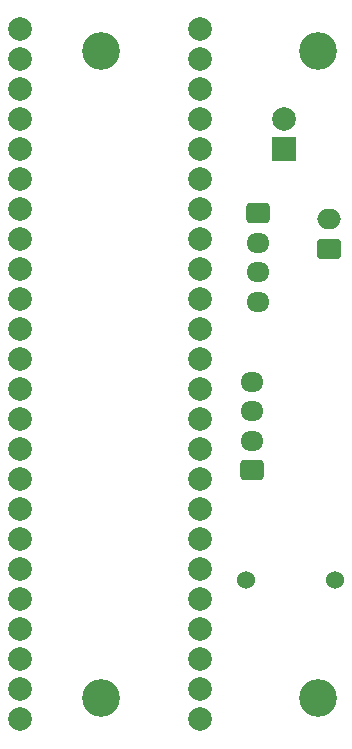
<source format=gbr>
%TF.GenerationSoftware,KiCad,Pcbnew,8.0.3*%
%TF.CreationDate,2024-12-28T15:57:08-05:00*%
%TF.ProjectId,mcu-board v2,6d63752d-626f-4617-9264-2076322e6b69,rev?*%
%TF.SameCoordinates,Original*%
%TF.FileFunction,Soldermask,Bot*%
%TF.FilePolarity,Negative*%
%FSLAX46Y46*%
G04 Gerber Fmt 4.6, Leading zero omitted, Abs format (unit mm)*
G04 Created by KiCad (PCBNEW 8.0.3) date 2024-12-28 15:57:08*
%MOMM*%
%LPD*%
G01*
G04 APERTURE LIST*
G04 Aperture macros list*
%AMRoundRect*
0 Rectangle with rounded corners*
0 $1 Rounding radius*
0 $2 $3 $4 $5 $6 $7 $8 $9 X,Y pos of 4 corners*
0 Add a 4 corners polygon primitive as box body*
4,1,4,$2,$3,$4,$5,$6,$7,$8,$9,$2,$3,0*
0 Add four circle primitives for the rounded corners*
1,1,$1+$1,$2,$3*
1,1,$1+$1,$4,$5*
1,1,$1+$1,$6,$7*
1,1,$1+$1,$8,$9*
0 Add four rect primitives between the rounded corners*
20,1,$1+$1,$2,$3,$4,$5,0*
20,1,$1+$1,$4,$5,$6,$7,0*
20,1,$1+$1,$6,$7,$8,$9,0*
20,1,$1+$1,$8,$9,$2,$3,0*%
G04 Aperture macros list end*
%ADD10RoundRect,0.250000X-0.725000X0.600000X-0.725000X-0.600000X0.725000X-0.600000X0.725000X0.600000X0*%
%ADD11O,1.950000X1.700000*%
%ADD12C,3.200000*%
%ADD13C,1.524000*%
%ADD14RoundRect,0.250000X0.725000X-0.600000X0.725000X0.600000X-0.725000X0.600000X-0.725000X-0.600000X0*%
%ADD15R,2.000000X2.000000*%
%ADD16C,2.000000*%
%ADD17RoundRect,0.250000X0.750000X-0.600000X0.750000X0.600000X-0.750000X0.600000X-0.750000X-0.600000X0*%
%ADD18O,2.000000X1.700000*%
G04 APERTURE END LIST*
D10*
%TO.C,J2*%
X112250000Y-59750000D03*
D11*
X112250000Y-62250000D03*
X112250000Y-64750000D03*
X112250000Y-67250000D03*
%TD*%
D12*
%TO.C,H1*%
X117348000Y-46000000D03*
%TD*%
D13*
%TO.C,BZ1*%
X111250000Y-90750000D03*
X118750000Y-90750000D03*
%TD*%
D14*
%TO.C,J4*%
X111750000Y-81500000D03*
D11*
X111750000Y-79000000D03*
X111750000Y-76500000D03*
X111750000Y-74000000D03*
%TD*%
D15*
%TO.C,J11*%
X114500000Y-54290000D03*
D16*
X114500000Y-51750000D03*
%TD*%
%TO.C,Teensy4.2*%
X92138125Y-44168125D03*
X92138125Y-46708125D03*
X92138125Y-49248125D03*
X92138125Y-51788125D03*
X92138125Y-54328125D03*
X92138125Y-56868125D03*
X92138125Y-59408125D03*
X92138125Y-61948125D03*
X92138125Y-64488125D03*
X92138125Y-67028125D03*
X92138125Y-69568125D03*
X92138125Y-72108125D03*
X92138125Y-74648125D03*
X92138125Y-77188125D03*
X92138125Y-79728125D03*
X92138125Y-82268125D03*
X92138125Y-84808125D03*
X92138125Y-87348125D03*
X92138125Y-89888125D03*
X92138125Y-92428125D03*
X92138125Y-94968125D03*
X92138125Y-97508125D03*
X92138125Y-100048125D03*
X92138125Y-102588125D03*
X107378125Y-102588125D03*
X107378125Y-100048125D03*
X107378125Y-97508125D03*
X107378125Y-94968125D03*
X107378125Y-92428125D03*
X107378125Y-89888125D03*
X107378125Y-87348125D03*
X107378125Y-84808125D03*
X107378125Y-82268125D03*
X107378125Y-79728125D03*
X107378125Y-77188125D03*
X107378125Y-74648125D03*
X107378125Y-72108125D03*
X107378125Y-69568125D03*
X107378125Y-67028125D03*
X107378125Y-64488125D03*
X107378125Y-61948125D03*
X107378125Y-59408125D03*
X107378125Y-56868125D03*
X107378125Y-54328125D03*
X107378125Y-51788125D03*
X107378125Y-49248125D03*
X107378125Y-46708125D03*
X107378125Y-44168125D03*
%TD*%
D12*
%TO.C,H2*%
X117348000Y-100750000D03*
%TD*%
%TO.C,H4*%
X99000000Y-100750000D03*
%TD*%
D17*
%TO.C,J9*%
X118250000Y-62750000D03*
D18*
X118250000Y-60250000D03*
%TD*%
D12*
%TO.C,H3*%
X99000000Y-46000000D03*
%TD*%
M02*

</source>
